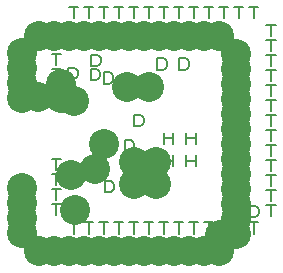
<source format=gbr>
%FSLAX23Y23*%
%MOMM*%
G04 EasyPC Gerber Version 16.0.6 Build 3249 *
%ADD80C,0.12700*%
%ADD83C,2.54000*%
%ADD84C,2.54000*%
X0Y0D02*
D02*
D80*
X11937Y5823D02*
Y6776D01*
X11540D02*
X12334D01*
X11937Y7093D02*
Y8046D01*
X11540D02*
X12334D01*
X11937Y8363D02*
Y9316D01*
X11540D02*
X12334D01*
X11937Y9633D02*
Y10586D01*
X11540D02*
X12334D01*
X11937Y17253D02*
Y18206D01*
X11540D02*
X12334D01*
X11937Y18523D02*
Y19476D01*
X11540D02*
X12334D01*
X11937Y19793D02*
Y20746D01*
X11540D02*
X12334D01*
X11937Y21063D02*
Y22016D01*
X11540D02*
X12334D01*
X12940Y17383D02*
Y18336D01*
X13416*
X13575Y18256*
X13654Y18177*
X13734Y18018*
Y17701*
X13654Y17542*
X13575Y17463*
X13416Y17383*
X12940*
X13407Y4283D02*
Y5236D01*
X13010D02*
X13804D01*
X13407Y22503D02*
Y23456D01*
X13010D02*
X13804D01*
X14677Y4283D02*
Y5236D01*
X14280D02*
X15074D01*
X14677Y22503D02*
Y23456D01*
X14280D02*
X15074D01*
X14840Y17283D02*
Y18236D01*
X15316*
X15475Y18156*
X15554Y18077*
X15634Y17918*
Y17601*
X15554Y17442*
X15475Y17363*
X15316Y17283*
X14840*
X14890Y18483D02*
Y19436D01*
X15366*
X15525Y19356*
X15604Y19277*
X15684Y19118*
Y18801*
X15604Y18642*
X15525Y18563*
X15366Y18483*
X14890*
X15947Y4283D02*
Y5236D01*
X15550D02*
X16344D01*
X15947Y22503D02*
Y23456D01*
X15550D02*
X16344D01*
X15740Y10783D02*
Y11736D01*
X16216*
X16375Y11656*
X16454Y11577*
X16534Y11418*
Y11101*
X16454Y10942*
X16375Y10863*
X16216Y10783*
X15740*
X15940Y16983D02*
Y17936D01*
X16416*
X16575Y17856*
X16654Y17777*
X16734Y17618*
Y17301*
X16654Y17142*
X16575Y17063*
X16416Y16983*
X15940*
X16040Y7783D02*
Y8736D01*
X16516*
X16675Y8656*
X16754Y8577*
X16834Y8418*
Y8101*
X16754Y7942*
X16675Y7863*
X16516Y7783*
X16040*
X17217Y4283D02*
Y5236D01*
X16820D02*
X17614D01*
X17217Y22503D02*
Y23456D01*
X16820D02*
X17614D01*
X17740Y11283D02*
Y12236D01*
X18216*
X18375Y12156*
X18454Y12077*
X18534Y11918*
Y11601*
X18454Y11442*
X18375Y11363*
X18216Y11283*
X17740*
X18487Y4283D02*
Y5236D01*
X18090D02*
X18884D01*
X18487Y22503D02*
Y23456D01*
X18090D02*
X18884D01*
X18540Y13383D02*
Y14336D01*
X19016*
X19175Y14256*
X19254Y14177*
X19334Y14018*
Y13701*
X19254Y13542*
X19175Y13463*
X19016Y13383*
X18540*
X19757Y4283D02*
Y5236D01*
X19360D02*
X20154D01*
X19757Y22503D02*
Y23456D01*
X19360D02*
X20154D01*
X20490Y18183D02*
Y19136D01*
X20966*
X21125Y19056*
X21204Y18977*
X21284Y18818*
Y18501*
X21204Y18342*
X21125Y18263*
X20966Y18183*
X20490*
X21027Y4283D02*
Y5236D01*
X20630D02*
X21424D01*
X21027Y22503D02*
Y23456D01*
X20630D02*
X21424D01*
X21040Y9983D02*
Y10936D01*
Y10459D02*
X21834D01*
Y9983D02*
Y10936D01*
X21040Y11883D02*
Y12836D01*
Y12359D02*
X21834D01*
Y11883D02*
Y12836D01*
X22297Y4283D02*
Y5236D01*
X21900D02*
X22694D01*
X22297Y22503D02*
Y23456D01*
X21900D02*
X22694D01*
X22340Y18183D02*
Y19136D01*
X22816*
X22975Y19056*
X23054Y18977*
X23134Y18818*
Y18501*
X23054Y18342*
X22975Y18263*
X22816Y18183*
X22340*
X22940Y9983D02*
Y10936D01*
Y10459D02*
X23734D01*
Y9983D02*
Y10936D01*
X22940Y11883D02*
Y12836D01*
Y12359D02*
X23734D01*
Y11883D02*
Y12836D01*
X23567Y4283D02*
Y5236D01*
X23170D02*
X23964D01*
X23567Y22503D02*
Y23456D01*
X23170D02*
X23964D01*
X24837Y4283D02*
Y5236D01*
X24440D02*
X25234D01*
X24837Y22503D02*
Y23456D01*
X24440D02*
X25234D01*
X26107Y4283D02*
Y5236D01*
X25710D02*
X26504D01*
X26107Y22503D02*
Y23456D01*
X25710D02*
X26504D01*
X27377Y4283D02*
Y5236D01*
X26980D02*
X27774D01*
X27377Y22503D02*
Y23456D01*
X26980D02*
X27774D01*
X28647Y4283D02*
Y5236D01*
X28250D02*
X29044D01*
X28647Y22503D02*
Y23456D01*
X28250D02*
X29044D01*
X28290Y5684D02*
Y6637D01*
X28766*
X28925Y6557*
X29004Y6478*
X29084Y6319*
Y6002*
X29004Y5843*
X28925Y5764*
X28766Y5684*
X28290*
X30117Y5743D02*
Y6696D01*
X29720D02*
X30514D01*
X30117Y7013D02*
Y7966D01*
X29720D02*
X30514D01*
X30117Y8283D02*
Y9236D01*
X29720D02*
X30514D01*
X30117Y9553D02*
Y10506D01*
X29720D02*
X30514D01*
X30117Y10823D02*
Y11776D01*
X29720D02*
X30514D01*
X30117Y12093D02*
Y13046D01*
X29720D02*
X30514D01*
X30117Y13363D02*
Y14316D01*
X29720D02*
X30514D01*
X30117Y14633D02*
Y15586D01*
X29720D02*
X30514D01*
X30117Y15903D02*
Y16856D01*
X29720D02*
X30514D01*
X30117Y17173D02*
Y18126D01*
X29720D02*
X30514D01*
X30117Y18443D02*
Y19396D01*
X29720D02*
X30514D01*
X30117Y19713D02*
Y20666D01*
X29720D02*
X30514D01*
X30117Y20983D02*
Y21936D01*
X29720D02*
X30514D01*
D02*
D83*
X9000Y4315D03*
Y5585D03*
Y6855D03*
Y8125D03*
Y15745D03*
Y17015D03*
Y18285D03*
Y19555D03*
X10470Y2775D03*
Y20995D03*
X11740Y2775D03*
Y20995D03*
X13010Y2775D03*
Y20995D03*
X14280Y2775D03*
Y20995D03*
X15550Y2775D03*
Y20995D03*
X16820Y2775D03*
Y20995D03*
X18090Y2775D03*
Y20995D03*
X19360Y2775D03*
Y20995D03*
X20630Y2775D03*
Y20995D03*
X21900Y2775D03*
Y20995D03*
X23170Y2775D03*
Y20995D03*
X24440Y2775D03*
Y20995D03*
X25710Y2775D03*
Y20995D03*
X27180Y4235D03*
Y5505D03*
Y6775D03*
Y8045D03*
Y9315D03*
Y10585D03*
Y11855D03*
Y13125D03*
Y14395D03*
Y15665D03*
Y16935D03*
Y18205D03*
Y19475D03*
D02*
D84*
X10400Y15875D03*
X12300Y15775D03*
X12350Y16975D03*
X13200Y9275D03*
X13400Y15475D03*
X13500Y6275D03*
X15200Y9775D03*
X16000Y11875D03*
X17950Y16675D03*
X18500Y8475D03*
Y10375D03*
X19800Y16675D03*
X20400Y8475D03*
Y10375D03*
X25750Y4176D03*
X0Y0D02*
M02*

</source>
